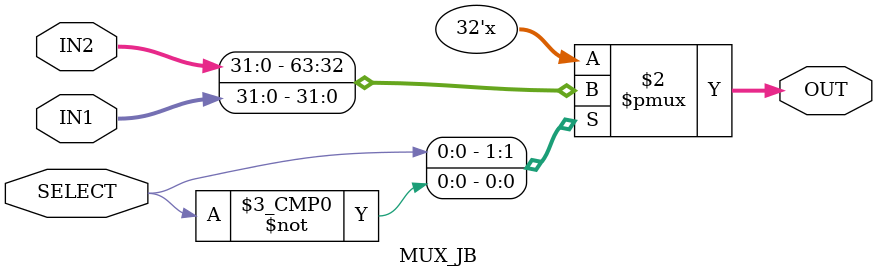
<source format=v>
/*

Lab6 Part 1
Group-29
CPU 

*/
module cpu_tb;

    reg CLK, RESET;
    wire [31:0] PC;
    reg [31:0] INSTRUCTION;
    wire READsignal, WRITEsignal, BUSYWAITsignal;
    wire [7:0] READDATA, ADDRESS, WRITEDATA;

    /* 
    ------------------------
     SIMPLE INSTRUCTION MEM
    ------------------------
    */
    
    // TODO: Initialize an array of registers (8x1024) named 'instr_mem' to be used as instruction memory
    

    reg [7:0] instr_mem[0:1023];
  
    // TODO: Create combinational logic to support CPU instruction fetching, given the Program Counter(PC) value 
    //       (make sure you include the delay for instruction fetching here)

    always @(PC) begin
        #2
        INSTRUCTION = {instr_mem[PC+3], instr_mem[PC+2], instr_mem[PC+1], instr_mem[PC]};
    end
    
    initial
    begin
        // Initialize instruction memory with the set of instructions you need execute on CPU
        
        // METHOD 1: manually loading instructions to instr_mem
        
        /* {instr_mem[10'd3], instr_mem[10'd2], instr_mem[10'd1], instr_mem[10'd0]}        = 32'b00000000_00000000_00000000_00001001;  //loadi 0     #9
        {instr_mem[10'd7], instr_mem[10'd6], instr_mem[10'd5], instr_mem[10'd4]}        = 32'b00000110_00000001_00000000_00000000;  //j     #1     
        {instr_mem[10'd11], instr_mem[10'd10], instr_mem[10'd9], instr_mem[10'd8]}      = 32'b00000000_00000001_00000000_00000100;  //loadi 1     #8
        {instr_mem[10'd15], instr_mem[10'd14], instr_mem[10'd13], instr_mem[10'd12]}    = 32'b00000000_00000001_00000000_00001010;  //loadi 1     #10  
        {instr_mem[10'd19], instr_mem[10'd18], instr_mem[10'd17], instr_mem[10'd16]}    = 32'b00000111_00000001_00000001_00000000;  //beq   #1  1  0
        {instr_mem[10'd23], instr_mem[10'd22], instr_mem[10'd21], instr_mem[10'd20]}    = 32'b00000000_00000010_00000000_00001001;  //loadi 2     #9
        {instr_mem[10'd27], instr_mem[10'd26], instr_mem[10'd25], instr_mem[10'd24]}    = 32'b00000111_00000001_00000010_00000000;  //beq   #1  2  0
        {instr_mem[10'd31], instr_mem[10'd30], instr_mem[10'd29], instr_mem[10'd28]}    = 32'b00000011_00000011_00000000_00000001;  //sub   3   0  1
        {instr_mem[10'd35], instr_mem[10'd34], instr_mem[10'd33], instr_mem[10'd32]}    = 32'b00000010_00000011_00000000_00000001;  //add   3   0  1 */
        
        // METHOD 2: loading instr_mem content from instr_mem.mem file
        $readmemb("instr_mem.mem", instr_mem);
    end
    
    /* 
    -----
     CPU
    -----
    */
    cpu mycpu(PC, INSTRUCTION, CLK, RESET, READsignal,WRITEsignal, ADDRESS, WRITEDATA, READDATA, BUSYWAITsignal);

    data_memory datamem(CLK, RESET, READsignal, WRITEsignal, ADDRESS, WRITEDATA, READDATA, BUSYWAITsignal);

    initial
    begin
    
        // generate files needed to plot the waveform using GTKWave
        $dumpfile("cpu_wavedata29.vcd");
		$dumpvars(0, cpu_tb);
        
        CLK = 1'b0;
        RESET = 1'b0;
        
        // TODO: Reset the CPU (by giving a pulse to RESET signal) to start the program execution
        #2
        RESET = 1'b1;

        #4
        RESET= 1'b0;
        
        // finish simulation after some time
        #500
        $finish;
        
    end
    
    // clock signal generation
    always
        #4 CLK = ~CLK;
        

endmodule


//CPU module for handling componentns ALU,Registers,Control unit, MUX, 2s'complements as one module
module cpu(PC, INSTRUCTION, CLK, RESET, READsignal, WRITEsignal,RESULT, OPERAND1, READdata, WAITsignal);

    //Declaring inputs,outputs,wires
    input [31:0] INSTRUCTION;
    input CLK, RESET, WAITsignal;
    output reg [31:0] PC;
    wire ZERO,ISB,ISJ;
    reg [2:0] ALU_SELECT;
    wire [7:0]  OPERAND2, MUX1OUT, MUX2OUT, MUX3RESULT;
    reg [7:0] twosComplement ,IMMEDIATE, OPCODE,OFFSET;
    reg [2:0] DESTINATION, SOURCE1, SOURCE2;
    reg WRITE , isSUBSTRACT, isIMMEDIATE, isBRANCH, isJUMP, MEMsignal;
    reg [31:0] NEXT;
    wire[31:0] FINAL1,FINAL2,MUX3OUT, MUX4OUT;
    reg [31:0] targetAddress;

    output reg READsignal, WRITEsignal;
    input [7:0] READdata;
    wire WRITE_FINAL;
    output [7:0] OPERAND1,RESULT;
    

    assign WRITE_FINAL=WRITE & !WAITsignal;

    //Create instances for all modules

    //This MUX will select whether to choose twosComplement value for sub or  positive value for add operation according the select input provided.
    MUX mux1(twosComplement, OPERAND2, MUX1OUT, isSUBSTRACT); 

    //This MUX will select whether to choose Register value or the immediate value according to the select input from control unit.
    MUX mux2(IMMEDIATE, MUX1OUT, MUX2OUT, isIMMEDIATE);  
   
    //ALU for arithmetic and logic operations 
    alu alu1(OPERAND1, MUX2OUT,ALU_SELECT, RESULT,ZERO);
  
    //Register file for reading from registers and writing to registers.
    reg_file register(MUX3RESULT, OPERAND1, OPERAND2, DESTINATION, SOURCE1, SOURCE2, WRITE_FINAL, CLK, RESET);

    //Extend the 8 bits OFFSET value to 32 bits.
    signextender sign_ex(OFFSET,FINAL1);

    //shift left the FINAL1 value to FINAL2 value inorder to calculate targetAddress
    shift shft(FINAL1,FINAL2);
  

    //Whenever the adder value to PC changes, target address will be calculated.    
    always @(FINAL2) begin
        #2 targetAddress= NEXT + FINAL2;
    end
    
    //AND gate to choose the isbranch signal
    and and_1(ISB,isBRANCH,ZERO);


    //MUX with 32 bits I/O for selecting BRANCH address
    MUX_JB mux_3(NEXT,targetAddress,MUX3OUT,ISB);

    //MUX with 32 bits I/O for selecting JUMP address
    MUX_JB mux_4(MUX3OUT,targetAddress,MUX4OUT,isJUMP);


    //--------------------------------------------------------------------------
    //This MUX will select whether to choose ALU result or datamemory read data value 
    MUX mux3(READdata, RESULT, MUX3RESULT, MEMsignal);
    //-----------------------------------------------------------------------------
   

    //Get the twos complement whenever OPERAND2 is available.
    always @(OPERAND2) begin          
        twosComplement = #1 (~OPERAND2 +1);   //taking the compliment of the REGOUT2
    end


    //Assign the next PC value  to PC whenever there is a positive edge clock.
    always @(posedge CLK ) begin  
         //Reset whenever there is a reset signal during positive edge clock.

        if (WAITsignal == 1'b0) begin
            if(RESET) begin 
               #1  PC <= 32'd0;
            end
            else begin
                #1 PC = MUX4OUT;    //PC is updated by nextAddress(MUX4OUT)
            end
        end
    end

    //Find the (PC+4) NEXT value and store it in OUT reg in this module and assign it to PC whenever there is a positive edge clock.
    always@(PC) begin               //when PC is changed 
        #1 NEXT = PC + 4;         //PC_register is updated by PC + 4
    end



    always @(INSTRUCTION) begin
        //Decode Instructions and assign required values to do the work of control unit. 
        IMMEDIATE = INSTRUCTION[7:0];
        DESTINATION = INSTRUCTION[18:16];
        SOURCE1 = INSTRUCTION[10:8];
        SOURCE2 = INSTRUCTION[2:0];
        OPCODE = INSTRUCTION[31:24];
        OFFSET = INSTRUCTION[23:16];

          #1
        case(OPCODE)            // 31 : 24
            // LOAD
            8'd0 : 
                begin
                    WRITE = 1;
                    isSUBSTRACT = 1'b0;
                    isIMMEDIATE = 1'b1;
                    isBRANCH=1'b0;
                    isJUMP=1'b0;
                    ALU_SELECT = 3'b000;
                    MEMsignal = 1'b0;
                end
            // MOV
            8'd1 : 
                begin
                    WRITE = 1;
                    isSUBSTRACT = 1'b0;
                    isIMMEDIATE = 1'b0;
                    ALU_SELECT = 3'b000;
                    isBRANCH=1'b0;
                    isJUMP=1'b0; 
                    MEMsignal = 1'b0;
                end
            // ADD
            8'd2 : 
                begin
                    WRITE = 1;
                    isSUBSTRACT = 1'b0;
                    isIMMEDIATE = 1'b0;
                    ALU_SELECT = 3'b001;
                    isBRANCH=1'b0;
                    isJUMP=1'b0; 
                    MEMsignal = 1'b0;
                end
            // SUB
            8'd3 : 
                begin
                    WRITE = 1;
                    isSUBSTRACT = 1'b1;
                    isIMMEDIATE = 1'b0;
                    ALU_SELECT = 3'b001;
                    isBRANCH=1'b0;
                    isJUMP=1'b0; 
                    MEMsignal = 1'b0;
                end
            // AND
            8'd4 : 
                begin
                    WRITE = 1;
                    isSUBSTRACT = 1'b0;
                    isIMMEDIATE = 1'b0;
                    ALU_SELECT = 3'b010;
                    isBRANCH=1'b0;
                    isJUMP=1'b0; 
                    MEMsignal = 1'b0;
                end
            // OR
            8'd5 : 
                begin
                    WRITE = 1;
                    isSUBSTRACT = 1'b0;
                    isIMMEDIATE = 1'b0;
                    ALU_SELECT = 3'b011;
                    isBRANCH=1'b0;
                    isJUMP=1'b0; 
                    MEMsignal = 1'b0;
                end

            8'd6: begin // j
                    WRITE = 0;
                    isSUBSTRACT = 1'b0;
                    isIMMEDIATE = 1'b0;
                    isBRANCH=1'b0;
                    isJUMP=1'b1;
                    MEMsignal = 1'b0;
                    end

            8'd7: begin // beq
                WRITE = 0;
                ALU_SELECT = 3'b001 ;
                isSUBSTRACT = 1'b1;
                isIMMEDIATE=1'b0;
                isBRANCH=1'b1;
                isJUMP=1'b0; 
                MEMsignal = 1'b0; 
            end

            8'd8: begin //lwd
                WRITE = 1'b1;
                ALU_SELECT = 3'b000;
                isSUBSTRACT = 1'b0;
                isIMMEDIATE = 1'b0;
                isJUMP = 1'b0;
                isBRANCH = 1'b0;
                MEMsignal = 1'b1;
                READsignal = 1'b1;
                WRITEsignal = 1'b0;
            end

            8'd9: begin //lwi
                WRITE = 1'b1;
                ALU_SELECT = 3'b000;
                isSUBSTRACT = 1'b0;
                isIMMEDIATE = 1'b1;
                isJUMP = 1'b0;
                isBRANCH = 1'b0;
                MEMsignal = 1'b1;
                READsignal = 1'b1;
                WRITEsignal = 1'b0;
            end

            8'd10: begin //swd
                WRITE = 1'b0;
                ALU_SELECT = 3'b000;
                isSUBSTRACT = 1'b0;
                isIMMEDIATE = 1'b0;
                isJUMP = 1'b0;
                isBRANCH = 1'b0;
                MEMsignal = 1'b0;
                READsignal = 1'b0;
                WRITEsignal = 1'b1;
            end

            8'd11: begin //swi
                WRITE = 1'b0;
                ALU_SELECT = 3'b000;
                isSUBSTRACT = 1'b0;
                isIMMEDIATE = 1'b1;
                isJUMP = 1'b0;
                isBRANCH = 1'b0;
                MEMsignal = 1'b0;
                READsignal = 1'b0;
                WRITEsignal = 1'b1;
            end

        endcase
    end
endmodule


//Declaring MUX module to select outputs according to the SELECT input.
module MUX(IN1, IN2, OUT, SELECT);
    input [7:0] IN1, IN2;
    input SELECT;
    output reg [7:0] OUT;

    //Choose outputs
    always@(*) begin
        case(SELECT)
            1'b1: OUT <= IN1;
            1'b0: OUT <= IN2;
            default: OUT <= 8'd0;
        endcase
    end
endmodule


//Signextender for the OFFSET value from the instructions in order to calculate the next PC value.
module signextender(unextended, sign_extended);
    input [7:0] unextended; //the msb bit is the sign bit // 8-bit input
    output reg [31:0] sign_extended; // 32-bit output

    always @(unextended) begin
        if(unextended[7] == 1'b0) begin
            sign_extended[31:8] = 24'd0;
            sign_extended[7:0]  = unextended[7:0];
        end else if (unextended[7] == 1'b1) begin
            sign_extended[31:8] = 24'd1;
            sign_extended[7:0]  = unextended[7:0];
        end
    end 
endmodule

//Left shift by 2.
module shift(IN,OUT);
    input signed [31:0] IN;
    output signed [31:0] OUT;
    assign OUT=IN<<2;
endmodule


//Declaring MUX_JB module to select outputs according to the SELECT input for 32 bit inputs to be used in Beq, and Jump.
module MUX_JB(IN1, IN2, OUT, SELECT);
    input [31:0] IN1, IN2;
    input SELECT;
    output reg [31:0] OUT;

    //Choose outputs
    always@(*) begin
        case(SELECT)
            1'b1: OUT <= IN2;
            1'b0: OUT <= IN1;
            default: OUT <= 32'd0;
        endcase
    end
endmodule
</source>
